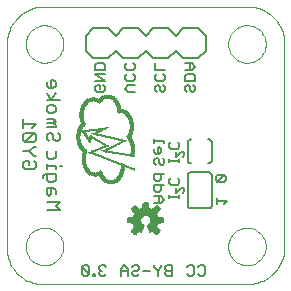
<source format=gbo>
G75*
G70*
%OFA0B0*%
%FSLAX24Y24*%
%IPPOS*%
%LPD*%
%AMOC8*
5,1,8,0,0,1.08239X$1,22.5*
%
%ADD10C,0.0060*%
%ADD11C,0.0000*%
%ADD12C,0.0080*%
%ADD13C,0.0050*%
%ADD14R,0.0005X0.0110*%
%ADD15R,0.0005X0.0210*%
%ADD16R,0.0005X0.0280*%
%ADD17R,0.0005X0.0325*%
%ADD18R,0.0005X0.0365*%
%ADD19R,0.0005X0.0410*%
%ADD20R,0.0005X0.0440*%
%ADD21R,0.0005X0.0470*%
%ADD22R,0.0005X0.0505*%
%ADD23R,0.0005X0.0530*%
%ADD24R,0.0005X0.0555*%
%ADD25R,0.0005X0.0580*%
%ADD26R,0.0005X0.0600*%
%ADD27R,0.0005X0.0625*%
%ADD28R,0.0005X0.0645*%
%ADD29R,0.0005X0.0665*%
%ADD30R,0.0005X0.0685*%
%ADD31R,0.0005X0.0705*%
%ADD32R,0.0005X0.0715*%
%ADD33R,0.0005X0.0735*%
%ADD34R,0.0005X0.0755*%
%ADD35R,0.0005X0.0090*%
%ADD36R,0.0005X0.0770*%
%ADD37R,0.0005X0.0190*%
%ADD38R,0.0005X0.0355*%
%ADD39R,0.0005X0.0360*%
%ADD40R,0.0005X0.0260*%
%ADD41R,0.0005X0.0315*%
%ADD42R,0.0005X0.0320*%
%ADD43R,0.0005X0.0295*%
%ADD44R,0.0005X0.0275*%
%ADD45R,0.0005X0.0400*%
%ADD46R,0.0005X0.0265*%
%ADD47R,0.0005X0.0435*%
%ADD48R,0.0005X0.0255*%
%ADD49R,0.0005X0.0465*%
%ADD50R,0.0005X0.0245*%
%ADD51R,0.0005X0.0495*%
%ADD52R,0.0005X0.0235*%
%ADD53R,0.0005X0.0525*%
%ADD54R,0.0005X0.0230*%
%ADD55R,0.0005X0.0240*%
%ADD56R,0.0005X0.0545*%
%ADD57R,0.0005X0.0820*%
%ADD58R,0.0005X0.0220*%
%ADD59R,0.0005X0.0025*%
%ADD60R,0.0005X0.0795*%
%ADD61R,0.0005X0.0215*%
%ADD62R,0.0005X0.0035*%
%ADD63R,0.0005X0.0040*%
%ADD64R,0.0005X0.0800*%
%ADD65R,0.0005X0.0205*%
%ADD66R,0.0005X0.0050*%
%ADD67R,0.0005X0.0805*%
%ADD68R,0.0005X0.0165*%
%ADD69R,0.0005X0.0055*%
%ADD70R,0.0005X0.0200*%
%ADD71R,0.0005X0.0060*%
%ADD72R,0.0005X0.0300*%
%ADD73R,0.0005X0.0195*%
%ADD74R,0.0005X0.0065*%
%ADD75R,0.0005X0.0345*%
%ADD76R,0.0005X0.0070*%
%ADD77R,0.0005X0.0385*%
%ADD78R,0.0005X0.0080*%
%ADD79R,0.0005X0.0425*%
%ADD80R,0.0005X0.0185*%
%ADD81R,0.0005X0.0085*%
%ADD82R,0.0005X0.0635*%
%ADD83R,0.0005X0.0810*%
%ADD84R,0.0005X0.0095*%
%ADD85R,0.0005X0.0335*%
%ADD86R,0.0005X0.0655*%
%ADD87R,0.0005X0.0105*%
%ADD88R,0.0005X0.0290*%
%ADD89R,0.0005X0.0660*%
%ADD90R,0.0005X0.0115*%
%ADD91R,0.0005X0.0285*%
%ADD92R,0.0005X0.0120*%
%ADD93R,0.0005X0.0270*%
%ADD94R,0.0005X0.0675*%
%ADD95R,0.0005X0.0130*%
%ADD96R,0.0005X0.0680*%
%ADD97R,0.0005X0.0135*%
%ADD98R,0.0005X0.0250*%
%ADD99R,0.0005X0.0140*%
%ADD100R,0.0005X0.0180*%
%ADD101R,0.0005X0.0695*%
%ADD102R,0.0005X0.0150*%
%ADD103R,0.0005X0.0160*%
%ADD104R,0.0005X0.0155*%
%ADD105R,0.0005X0.0145*%
%ADD106R,0.0005X0.0700*%
%ADD107R,0.0005X0.0225*%
%ADD108R,0.0005X0.0170*%
%ADD109R,0.0005X0.0100*%
%ADD110R,0.0005X0.0075*%
%ADD111R,0.0005X0.0720*%
%ADD112R,0.0005X0.0725*%
%ADD113R,0.0005X0.0340*%
%ADD114R,0.0005X0.0305*%
%ADD115R,0.0005X0.0175*%
%ADD116R,0.0005X0.0005*%
%ADD117R,0.0005X0.0010*%
%ADD118R,0.0005X0.0015*%
%ADD119R,0.0005X0.0020*%
%ADD120R,0.0005X0.0030*%
%ADD121R,0.0005X0.0125*%
%ADD122R,0.0005X0.0045*%
%ADD123R,0.0005X0.0370*%
%ADD124R,0.0005X0.0375*%
%ADD125R,0.0005X0.0350*%
%ADD126R,0.0005X0.0330*%
%ADD127R,0.0005X0.0485*%
%ADD128R,0.0005X0.0480*%
%ADD129R,0.0005X0.0460*%
%ADD130R,0.0005X0.0445*%
%ADD131R,0.0005X0.0310*%
%ADD132R,0.0005X0.0380*%
%ADD133R,0.0005X0.0415*%
%ADD134R,0.0005X0.0450*%
%ADD135R,0.0005X0.0490*%
%ADD136R,0.0005X0.0965*%
%ADD137R,0.0005X0.0975*%
%ADD138R,0.0005X0.0980*%
%ADD139R,0.0005X0.0990*%
%ADD140R,0.0005X0.1005*%
%ADD141R,0.0005X0.0615*%
%ADD142R,0.0005X0.0640*%
%ADD143R,0.0005X0.0605*%
%ADD144R,0.0005X0.0620*%
%ADD145R,0.0005X0.0590*%
%ADD146R,0.0005X0.0570*%
%ADD147R,0.0005X0.0540*%
%ADD148R,0.0005X0.0515*%
%ADD149R,0.0005X0.0565*%
%ADD150R,0.0005X0.0535*%
%ADD151R,0.0005X0.0395*%
%ADD152R,0.0005X0.0520*%
%ADD153R,0.0005X0.0500*%
%ADD154R,0.0005X0.0430*%
%ADD155C,0.0059*%
D10*
X003046Y000872D02*
X003103Y000815D01*
X003217Y000815D01*
X003273Y000872D01*
X003046Y001099D01*
X003046Y000872D01*
X003046Y001099D02*
X003103Y001155D01*
X003217Y001155D01*
X003273Y001099D01*
X003273Y000872D01*
X003401Y000872D02*
X003401Y000815D01*
X003457Y000815D01*
X003457Y000872D01*
X003401Y000872D01*
X003599Y000872D02*
X003656Y000815D01*
X003769Y000815D01*
X003826Y000872D01*
X003712Y000985D02*
X003656Y000985D01*
X003599Y000928D01*
X003599Y000872D01*
X003656Y000985D02*
X003599Y001042D01*
X003599Y001099D01*
X003656Y001155D01*
X003769Y001155D01*
X003826Y001099D01*
X004336Y001042D02*
X004336Y000815D01*
X004336Y000985D02*
X004562Y000985D01*
X004562Y001042D02*
X004449Y001155D01*
X004336Y001042D01*
X004562Y001042D02*
X004562Y000815D01*
X004704Y000872D02*
X004761Y000815D01*
X004874Y000815D01*
X004931Y000872D01*
X004874Y000985D02*
X004761Y000985D01*
X004704Y000928D01*
X004704Y000872D01*
X004874Y000985D02*
X004931Y001042D01*
X004931Y001099D01*
X004874Y001155D01*
X004761Y001155D01*
X004704Y001099D01*
X005072Y000985D02*
X005299Y000985D01*
X005441Y001099D02*
X005441Y001155D01*
X005441Y001099D02*
X005554Y000985D01*
X005554Y000815D01*
X005554Y000985D02*
X005667Y001099D01*
X005667Y001155D01*
X005809Y001099D02*
X005809Y001042D01*
X005866Y000985D01*
X006036Y000985D01*
X006036Y000815D02*
X005866Y000815D01*
X005809Y000872D01*
X005809Y000928D01*
X005866Y000985D01*
X005809Y001099D02*
X005866Y001155D01*
X006036Y001155D01*
X006036Y000815D01*
X006545Y000872D02*
X006602Y000815D01*
X006716Y000815D01*
X006772Y000872D01*
X006772Y001099D01*
X006716Y001155D01*
X006602Y001155D01*
X006545Y001099D01*
X006914Y001099D02*
X006970Y001155D01*
X007084Y001155D01*
X007141Y001099D01*
X007141Y000872D01*
X007084Y000815D01*
X006970Y000815D01*
X006914Y000872D01*
X006660Y003060D02*
X007260Y003060D01*
X007277Y003062D01*
X007294Y003066D01*
X007310Y003073D01*
X007324Y003083D01*
X007337Y003096D01*
X007347Y003110D01*
X007354Y003126D01*
X007358Y003143D01*
X007360Y003160D01*
X007360Y004160D01*
X007358Y004177D01*
X007354Y004194D01*
X007347Y004210D01*
X007337Y004224D01*
X007324Y004237D01*
X007310Y004247D01*
X007294Y004254D01*
X007277Y004258D01*
X007260Y004260D01*
X006660Y004260D01*
X006643Y004258D01*
X006626Y004254D01*
X006610Y004247D01*
X006596Y004237D01*
X006583Y004224D01*
X006573Y004210D01*
X006566Y004194D01*
X006562Y004177D01*
X006560Y004160D01*
X006560Y003160D01*
X006562Y003143D01*
X006566Y003126D01*
X006573Y003110D01*
X006583Y003096D01*
X006596Y003083D01*
X006610Y003073D01*
X006626Y003066D01*
X006643Y003062D01*
X006660Y003060D01*
X006280Y003390D02*
X006280Y003503D01*
X006280Y003447D02*
X005940Y003447D01*
X005940Y003503D02*
X005940Y003390D01*
X005780Y003348D02*
X005667Y003462D01*
X005440Y003462D01*
X005497Y003603D02*
X005610Y003603D01*
X005667Y003660D01*
X005667Y003830D01*
X005610Y003972D02*
X005497Y003972D01*
X005440Y004028D01*
X005440Y004199D01*
X005780Y004199D01*
X005667Y004199D02*
X005667Y004028D01*
X005610Y003972D01*
X005440Y003830D02*
X005440Y003660D01*
X005497Y003603D01*
X005610Y003462D02*
X005610Y003235D01*
X005667Y003235D02*
X005780Y003348D01*
X005667Y003235D02*
X005440Y003235D01*
X005440Y003830D02*
X005780Y003830D01*
X005940Y003897D02*
X005940Y004010D01*
X005997Y004067D01*
X005940Y003897D02*
X005997Y003840D01*
X006224Y003840D01*
X006280Y003897D01*
X006280Y004010D01*
X006224Y004067D01*
X006280Y004590D02*
X006280Y004703D01*
X006280Y004647D02*
X005940Y004647D01*
X005940Y004703D02*
X005940Y004590D01*
X005780Y004565D02*
X005780Y004678D01*
X005724Y004735D01*
X005610Y004678D02*
X005610Y004565D01*
X005667Y004508D01*
X005724Y004508D01*
X005780Y004565D01*
X005610Y004678D02*
X005553Y004735D01*
X005497Y004735D01*
X005440Y004678D01*
X005440Y004565D01*
X005497Y004508D01*
X005497Y004876D02*
X005440Y004933D01*
X005440Y005046D01*
X005553Y005103D02*
X005553Y004876D01*
X005497Y004876D02*
X005610Y004876D01*
X005667Y004933D01*
X005667Y005046D01*
X005610Y005103D01*
X005553Y005103D01*
X005440Y005244D02*
X005440Y005358D01*
X005440Y005301D02*
X005780Y005301D01*
X005780Y005244D01*
X005940Y005210D02*
X005940Y005097D01*
X005997Y005040D01*
X006224Y005040D01*
X006280Y005097D01*
X006280Y005210D01*
X006224Y005267D01*
X005997Y005267D02*
X005940Y005210D01*
X007490Y004110D02*
X007490Y003997D01*
X007547Y003940D01*
X007774Y004167D01*
X007547Y004167D01*
X007490Y004110D01*
X007547Y003940D02*
X007774Y003940D01*
X007830Y003997D01*
X007830Y004110D01*
X007774Y004167D01*
X007540Y003417D02*
X007540Y003190D01*
X007540Y003303D02*
X007880Y003303D01*
X007767Y003190D01*
X006749Y006935D02*
X006692Y006935D01*
X006635Y006992D01*
X006635Y007105D01*
X006578Y007162D01*
X006522Y007162D01*
X006465Y007105D01*
X006465Y006992D01*
X006522Y006935D01*
X006749Y006935D02*
X006805Y006992D01*
X006805Y007105D01*
X006749Y007162D01*
X006805Y007303D02*
X006805Y007474D01*
X006749Y007530D01*
X006522Y007530D01*
X006465Y007474D01*
X006465Y007303D01*
X006805Y007303D01*
X006692Y007672D02*
X006465Y007672D01*
X006635Y007672D02*
X006635Y007899D01*
X006692Y007899D02*
X006465Y007899D01*
X006692Y007899D02*
X006805Y007785D01*
X006692Y007672D01*
X005805Y007672D02*
X005465Y007672D01*
X005465Y007899D01*
X005522Y007530D02*
X005465Y007474D01*
X005465Y007360D01*
X005522Y007303D01*
X005749Y007303D01*
X005805Y007360D01*
X005805Y007474D01*
X005749Y007530D01*
X005749Y007162D02*
X005805Y007105D01*
X005805Y006992D01*
X005749Y006935D01*
X005692Y006935D01*
X005635Y006992D01*
X005635Y007105D01*
X005578Y007162D01*
X005522Y007162D01*
X005465Y007105D01*
X005465Y006992D01*
X005522Y006935D01*
X004805Y006935D02*
X004578Y006935D01*
X004465Y007048D01*
X004578Y007162D01*
X004805Y007162D01*
X004749Y007303D02*
X004522Y007303D01*
X004465Y007360D01*
X004465Y007474D01*
X004522Y007530D01*
X004522Y007672D02*
X004465Y007728D01*
X004465Y007842D01*
X004522Y007899D01*
X004522Y007672D02*
X004749Y007672D01*
X004805Y007728D01*
X004805Y007842D01*
X004749Y007899D01*
X004749Y007530D02*
X004805Y007474D01*
X004805Y007360D01*
X004749Y007303D01*
X003805Y007303D02*
X003465Y007530D01*
X003805Y007530D01*
X003805Y007672D02*
X003805Y007842D01*
X003749Y007899D01*
X003522Y007899D01*
X003465Y007842D01*
X003465Y007672D01*
X003805Y007672D01*
X003805Y007303D02*
X003465Y007303D01*
X003522Y007162D02*
X003635Y007162D01*
X003635Y007048D01*
X003522Y006935D02*
X003465Y006992D01*
X003465Y007105D01*
X003522Y007162D01*
X003749Y007162D02*
X003805Y007105D01*
X003805Y006992D01*
X003749Y006935D01*
X003522Y006935D01*
D11*
X000536Y001785D02*
X000534Y001719D01*
X000536Y001653D01*
X000542Y001587D01*
X000551Y001521D01*
X000564Y001456D01*
X000581Y001391D01*
X000601Y001328D01*
X000625Y001266D01*
X000652Y001206D01*
X000683Y001147D01*
X000717Y001089D01*
X000754Y001034D01*
X000794Y000981D01*
X000837Y000931D01*
X000882Y000882D01*
X000931Y000837D01*
X000981Y000794D01*
X001034Y000754D01*
X001089Y000717D01*
X001147Y000683D01*
X001206Y000652D01*
X001266Y000625D01*
X001328Y000601D01*
X001391Y000581D01*
X001456Y000564D01*
X001521Y000551D01*
X001587Y000542D01*
X001653Y000536D01*
X001719Y000534D01*
X001785Y000536D01*
X001785Y000535D02*
X008535Y000535D01*
X008603Y000537D01*
X008670Y000542D01*
X008737Y000551D01*
X008804Y000564D01*
X008869Y000581D01*
X008934Y000600D01*
X008998Y000624D01*
X009060Y000651D01*
X009121Y000681D01*
X009179Y000714D01*
X009236Y000750D01*
X009291Y000790D01*
X009344Y000832D01*
X009395Y000878D01*
X009442Y000925D01*
X009488Y000976D01*
X009530Y001029D01*
X009570Y001084D01*
X009606Y001141D01*
X009639Y001199D01*
X009669Y001260D01*
X009696Y001322D01*
X009720Y001386D01*
X009739Y001451D01*
X009756Y001516D01*
X009769Y001583D01*
X009778Y001650D01*
X009783Y001717D01*
X009785Y001785D01*
X009785Y008535D01*
X009783Y008603D01*
X009778Y008670D01*
X009769Y008737D01*
X009756Y008804D01*
X009739Y008869D01*
X009720Y008934D01*
X009696Y008998D01*
X009669Y009060D01*
X009639Y009121D01*
X009606Y009179D01*
X009570Y009236D01*
X009530Y009291D01*
X009488Y009344D01*
X009442Y009395D01*
X009395Y009442D01*
X009344Y009488D01*
X009291Y009530D01*
X009236Y009570D01*
X009179Y009606D01*
X009121Y009639D01*
X009060Y009669D01*
X008998Y009696D01*
X008934Y009720D01*
X008869Y009739D01*
X008804Y009756D01*
X008737Y009769D01*
X008670Y009778D01*
X008603Y009783D01*
X008535Y009785D01*
X001785Y009785D01*
X001160Y008535D02*
X001162Y008585D01*
X001168Y008634D01*
X001178Y008683D01*
X001191Y008730D01*
X001209Y008777D01*
X001230Y008822D01*
X001254Y008865D01*
X001282Y008906D01*
X001313Y008945D01*
X001347Y008981D01*
X001384Y009015D01*
X001424Y009045D01*
X001465Y009072D01*
X001509Y009096D01*
X001554Y009116D01*
X001601Y009132D01*
X001649Y009145D01*
X001698Y009154D01*
X001748Y009159D01*
X001797Y009160D01*
X001847Y009157D01*
X001896Y009150D01*
X001945Y009139D01*
X001992Y009125D01*
X002038Y009106D01*
X002083Y009084D01*
X002126Y009059D01*
X002166Y009030D01*
X002204Y008998D01*
X002240Y008964D01*
X002273Y008926D01*
X002302Y008886D01*
X002328Y008844D01*
X002351Y008800D01*
X002370Y008754D01*
X002386Y008707D01*
X002398Y008658D01*
X002406Y008609D01*
X002410Y008560D01*
X002410Y008510D01*
X002406Y008461D01*
X002398Y008412D01*
X002386Y008363D01*
X002370Y008316D01*
X002351Y008270D01*
X002328Y008226D01*
X002302Y008184D01*
X002273Y008144D01*
X002240Y008106D01*
X002204Y008072D01*
X002166Y008040D01*
X002126Y008011D01*
X002083Y007986D01*
X002038Y007964D01*
X001992Y007945D01*
X001945Y007931D01*
X001896Y007920D01*
X001847Y007913D01*
X001797Y007910D01*
X001748Y007911D01*
X001698Y007916D01*
X001649Y007925D01*
X001601Y007938D01*
X001554Y007954D01*
X001509Y007974D01*
X001465Y007998D01*
X001424Y008025D01*
X001384Y008055D01*
X001347Y008089D01*
X001313Y008125D01*
X001282Y008164D01*
X001254Y008205D01*
X001230Y008248D01*
X001209Y008293D01*
X001191Y008340D01*
X001178Y008387D01*
X001168Y008436D01*
X001162Y008485D01*
X001160Y008535D01*
X000535Y008535D02*
X000535Y001785D01*
X001160Y001785D02*
X001162Y001835D01*
X001168Y001884D01*
X001178Y001933D01*
X001191Y001980D01*
X001209Y002027D01*
X001230Y002072D01*
X001254Y002115D01*
X001282Y002156D01*
X001313Y002195D01*
X001347Y002231D01*
X001384Y002265D01*
X001424Y002295D01*
X001465Y002322D01*
X001509Y002346D01*
X001554Y002366D01*
X001601Y002382D01*
X001649Y002395D01*
X001698Y002404D01*
X001748Y002409D01*
X001797Y002410D01*
X001847Y002407D01*
X001896Y002400D01*
X001945Y002389D01*
X001992Y002375D01*
X002038Y002356D01*
X002083Y002334D01*
X002126Y002309D01*
X002166Y002280D01*
X002204Y002248D01*
X002240Y002214D01*
X002273Y002176D01*
X002302Y002136D01*
X002328Y002094D01*
X002351Y002050D01*
X002370Y002004D01*
X002386Y001957D01*
X002398Y001908D01*
X002406Y001859D01*
X002410Y001810D01*
X002410Y001760D01*
X002406Y001711D01*
X002398Y001662D01*
X002386Y001613D01*
X002370Y001566D01*
X002351Y001520D01*
X002328Y001476D01*
X002302Y001434D01*
X002273Y001394D01*
X002240Y001356D01*
X002204Y001322D01*
X002166Y001290D01*
X002126Y001261D01*
X002083Y001236D01*
X002038Y001214D01*
X001992Y001195D01*
X001945Y001181D01*
X001896Y001170D01*
X001847Y001163D01*
X001797Y001160D01*
X001748Y001161D01*
X001698Y001166D01*
X001649Y001175D01*
X001601Y001188D01*
X001554Y001204D01*
X001509Y001224D01*
X001465Y001248D01*
X001424Y001275D01*
X001384Y001305D01*
X001347Y001339D01*
X001313Y001375D01*
X001282Y001414D01*
X001254Y001455D01*
X001230Y001498D01*
X001209Y001543D01*
X001191Y001590D01*
X001178Y001637D01*
X001168Y001686D01*
X001162Y001735D01*
X001160Y001785D01*
X000535Y008535D02*
X000537Y008603D01*
X000542Y008670D01*
X000551Y008737D01*
X000564Y008804D01*
X000581Y008869D01*
X000600Y008934D01*
X000624Y008998D01*
X000651Y009060D01*
X000681Y009121D01*
X000714Y009179D01*
X000750Y009236D01*
X000790Y009291D01*
X000832Y009344D01*
X000878Y009395D01*
X000925Y009442D01*
X000976Y009488D01*
X001029Y009530D01*
X001084Y009570D01*
X001141Y009606D01*
X001199Y009639D01*
X001260Y009669D01*
X001322Y009696D01*
X001386Y009720D01*
X001451Y009739D01*
X001516Y009756D01*
X001583Y009769D01*
X001650Y009778D01*
X001717Y009783D01*
X001785Y009785D01*
X007910Y008535D02*
X007912Y008585D01*
X007918Y008634D01*
X007928Y008683D01*
X007941Y008730D01*
X007959Y008777D01*
X007980Y008822D01*
X008004Y008865D01*
X008032Y008906D01*
X008063Y008945D01*
X008097Y008981D01*
X008134Y009015D01*
X008174Y009045D01*
X008215Y009072D01*
X008259Y009096D01*
X008304Y009116D01*
X008351Y009132D01*
X008399Y009145D01*
X008448Y009154D01*
X008498Y009159D01*
X008547Y009160D01*
X008597Y009157D01*
X008646Y009150D01*
X008695Y009139D01*
X008742Y009125D01*
X008788Y009106D01*
X008833Y009084D01*
X008876Y009059D01*
X008916Y009030D01*
X008954Y008998D01*
X008990Y008964D01*
X009023Y008926D01*
X009052Y008886D01*
X009078Y008844D01*
X009101Y008800D01*
X009120Y008754D01*
X009136Y008707D01*
X009148Y008658D01*
X009156Y008609D01*
X009160Y008560D01*
X009160Y008510D01*
X009156Y008461D01*
X009148Y008412D01*
X009136Y008363D01*
X009120Y008316D01*
X009101Y008270D01*
X009078Y008226D01*
X009052Y008184D01*
X009023Y008144D01*
X008990Y008106D01*
X008954Y008072D01*
X008916Y008040D01*
X008876Y008011D01*
X008833Y007986D01*
X008788Y007964D01*
X008742Y007945D01*
X008695Y007931D01*
X008646Y007920D01*
X008597Y007913D01*
X008547Y007910D01*
X008498Y007911D01*
X008448Y007916D01*
X008399Y007925D01*
X008351Y007938D01*
X008304Y007954D01*
X008259Y007974D01*
X008215Y007998D01*
X008174Y008025D01*
X008134Y008055D01*
X008097Y008089D01*
X008063Y008125D01*
X008032Y008164D01*
X008004Y008205D01*
X007980Y008248D01*
X007959Y008293D01*
X007941Y008340D01*
X007928Y008387D01*
X007918Y008436D01*
X007912Y008485D01*
X007910Y008535D01*
X007910Y001785D02*
X007912Y001835D01*
X007918Y001884D01*
X007928Y001933D01*
X007941Y001980D01*
X007959Y002027D01*
X007980Y002072D01*
X008004Y002115D01*
X008032Y002156D01*
X008063Y002195D01*
X008097Y002231D01*
X008134Y002265D01*
X008174Y002295D01*
X008215Y002322D01*
X008259Y002346D01*
X008304Y002366D01*
X008351Y002382D01*
X008399Y002395D01*
X008448Y002404D01*
X008498Y002409D01*
X008547Y002410D01*
X008597Y002407D01*
X008646Y002400D01*
X008695Y002389D01*
X008742Y002375D01*
X008788Y002356D01*
X008833Y002334D01*
X008876Y002309D01*
X008916Y002280D01*
X008954Y002248D01*
X008990Y002214D01*
X009023Y002176D01*
X009052Y002136D01*
X009078Y002094D01*
X009101Y002050D01*
X009120Y002004D01*
X009136Y001957D01*
X009148Y001908D01*
X009156Y001859D01*
X009160Y001810D01*
X009160Y001760D01*
X009156Y001711D01*
X009148Y001662D01*
X009136Y001613D01*
X009120Y001566D01*
X009101Y001520D01*
X009078Y001476D01*
X009052Y001434D01*
X009023Y001394D01*
X008990Y001356D01*
X008954Y001322D01*
X008916Y001290D01*
X008876Y001261D01*
X008833Y001236D01*
X008788Y001214D01*
X008742Y001195D01*
X008695Y001181D01*
X008646Y001170D01*
X008597Y001163D01*
X008547Y001160D01*
X008498Y001161D01*
X008448Y001166D01*
X008399Y001175D01*
X008351Y001188D01*
X008304Y001204D01*
X008259Y001224D01*
X008215Y001248D01*
X008174Y001275D01*
X008134Y001305D01*
X008097Y001339D01*
X008063Y001375D01*
X008032Y001414D01*
X008004Y001455D01*
X007980Y001498D01*
X007959Y001543D01*
X007941Y001590D01*
X007928Y001637D01*
X007918Y001686D01*
X007912Y001735D01*
X007910Y001785D01*
D12*
X007354Y004645D02*
X007354Y005275D01*
X007353Y005275D02*
X007348Y005291D01*
X007340Y005307D01*
X007330Y005321D01*
X007318Y005333D01*
X007303Y005343D01*
X007287Y005350D01*
X007270Y005354D01*
X007253Y005355D01*
X007235Y005353D01*
X006685Y005353D02*
X006665Y005355D01*
X006646Y005353D01*
X006627Y005347D01*
X006610Y005338D01*
X006594Y005326D01*
X006582Y005311D01*
X006573Y005293D01*
X006567Y005275D01*
X006566Y005275D02*
X006566Y004645D01*
X006567Y004645D02*
X006573Y004627D01*
X006582Y004609D01*
X006594Y004594D01*
X006610Y004582D01*
X006627Y004573D01*
X006646Y004567D01*
X006665Y004565D01*
X006685Y004567D01*
X007235Y004567D02*
X007253Y004565D01*
X007270Y004566D01*
X007287Y004570D01*
X007303Y004577D01*
X007318Y004587D01*
X007330Y004599D01*
X007340Y004613D01*
X007348Y004629D01*
X007353Y004645D01*
X006910Y008060D02*
X006410Y008060D01*
X006160Y008310D01*
X005910Y008060D01*
X005410Y008060D01*
X005160Y008310D01*
X004910Y008060D01*
X004410Y008060D01*
X004160Y008310D01*
X003910Y008060D01*
X003410Y008060D01*
X003160Y008310D01*
X003160Y008810D01*
X003410Y009060D01*
X003910Y009060D01*
X004160Y008810D01*
X004410Y009060D01*
X004910Y009060D01*
X005160Y008810D01*
X005410Y009060D01*
X005910Y009060D01*
X006160Y008810D01*
X006410Y009060D01*
X006910Y009060D01*
X007160Y008810D01*
X007160Y008310D01*
X006910Y008060D01*
X002295Y006681D02*
X001875Y006681D01*
X002015Y006681D02*
X002155Y006891D01*
X002085Y007065D02*
X001945Y007065D01*
X001875Y007135D01*
X001875Y007275D01*
X002015Y007345D02*
X002015Y007065D01*
X002085Y007065D02*
X002155Y007135D01*
X002155Y007275D01*
X002085Y007345D01*
X002015Y007345D01*
X001875Y006891D02*
X002015Y006681D01*
X001945Y006501D02*
X002085Y006501D01*
X002155Y006431D01*
X002155Y006291D01*
X002085Y006221D01*
X001945Y006221D01*
X001875Y006291D01*
X001875Y006431D01*
X001945Y006501D01*
X001875Y006040D02*
X002085Y006040D01*
X002155Y005970D01*
X002085Y005900D01*
X001875Y005900D01*
X001875Y005760D02*
X002155Y005760D01*
X002155Y005830D01*
X002085Y005900D01*
X002015Y005580D02*
X001945Y005580D01*
X001875Y005510D01*
X001875Y005370D01*
X001945Y005300D01*
X002085Y005370D02*
X002085Y005510D01*
X002015Y005580D01*
X002225Y005580D02*
X002295Y005510D01*
X002295Y005370D01*
X002225Y005300D01*
X002155Y005300D01*
X002085Y005370D01*
X002155Y004970D02*
X002155Y004760D01*
X002085Y004690D01*
X001945Y004690D01*
X001875Y004760D01*
X001875Y004970D01*
X001495Y005099D02*
X001425Y005099D01*
X001285Y004959D01*
X001075Y004959D01*
X001285Y004959D02*
X001425Y004819D01*
X001495Y004819D01*
X001425Y004639D02*
X001495Y004569D01*
X001495Y004428D01*
X001425Y004358D01*
X001145Y004358D01*
X001075Y004428D01*
X001075Y004569D01*
X001145Y004639D01*
X001285Y004639D01*
X001285Y004499D01*
X001735Y004132D02*
X001735Y004062D01*
X001735Y004132D02*
X001805Y004203D01*
X002155Y004203D01*
X002155Y003992D01*
X002085Y003922D01*
X001945Y003922D01*
X001875Y003992D01*
X001875Y004203D01*
X001875Y004383D02*
X001875Y004523D01*
X001875Y004453D02*
X002155Y004453D01*
X002155Y004383D01*
X002295Y004453D02*
X002365Y004453D01*
X002085Y003742D02*
X001875Y003742D01*
X001875Y003532D01*
X001945Y003462D01*
X002015Y003532D01*
X002015Y003742D01*
X002085Y003742D02*
X002155Y003672D01*
X002155Y003532D01*
X002295Y003282D02*
X001875Y003282D01*
X001875Y003001D02*
X002295Y003001D01*
X002155Y003142D01*
X002295Y003282D01*
X001425Y005279D02*
X001145Y005279D01*
X001425Y005559D01*
X001145Y005559D01*
X001075Y005489D01*
X001075Y005349D01*
X001145Y005279D01*
X001425Y005279D02*
X001495Y005349D01*
X001495Y005489D01*
X001425Y005559D01*
X001355Y005740D02*
X001495Y005880D01*
X001075Y005880D01*
X001075Y005740D02*
X001075Y006020D01*
D13*
X006185Y004952D02*
X006185Y004785D01*
X006352Y004952D01*
X006394Y004952D01*
X006435Y004910D01*
X006435Y004827D01*
X006394Y004785D01*
X006394Y003752D02*
X006435Y003710D01*
X006435Y003627D01*
X006394Y003585D01*
X006394Y003752D02*
X006352Y003752D01*
X006185Y003585D01*
X006185Y003752D01*
D14*
X004406Y005299D03*
X004401Y005299D03*
X003841Y005144D03*
X003836Y005144D03*
X003861Y004984D03*
X003866Y004984D03*
X003391Y004924D03*
X003196Y004954D03*
X003296Y005329D03*
X003286Y005344D03*
X003281Y005349D03*
X003276Y005359D03*
X003271Y005364D03*
X003266Y005374D03*
X003261Y005379D03*
X003256Y005384D03*
X003251Y005394D03*
X003246Y005399D03*
X003236Y005414D03*
X003226Y005429D03*
X003221Y005434D03*
X003211Y005449D03*
X003181Y005494D03*
X003171Y005509D03*
X003166Y005514D03*
X003161Y005519D03*
X003151Y005534D03*
X002876Y005429D03*
X003526Y005549D03*
X003681Y005669D03*
X003686Y005669D03*
X003691Y005674D03*
X003696Y005674D03*
D15*
X003046Y005069D03*
X002881Y005429D03*
X003226Y004339D03*
X003746Y004084D03*
X003751Y004079D03*
X004291Y004079D03*
X004796Y005019D03*
X004601Y005429D03*
X004331Y006334D03*
X004181Y006619D03*
X003151Y006534D03*
D16*
X003001Y005704D03*
X002886Y005429D03*
X004311Y006369D03*
X004791Y005019D03*
X004341Y004174D03*
D17*
X004786Y005021D03*
X004631Y005441D03*
X003091Y006401D03*
X002891Y005431D03*
D18*
X002896Y005431D03*
X004266Y006426D03*
D19*
X002901Y005429D03*
X004396Y004334D03*
D20*
X004386Y004324D03*
X002906Y005429D03*
D21*
X002911Y005429D03*
X004371Y004314D03*
D22*
X004756Y005031D03*
X002916Y005431D03*
D23*
X002921Y005429D03*
D24*
X002926Y005431D03*
X004736Y005056D03*
D25*
X004721Y005074D03*
X002931Y005429D03*
D26*
X002936Y005429D03*
X004711Y005084D03*
D27*
X002941Y005431D03*
D28*
X002946Y005431D03*
X003091Y004786D03*
D29*
X003106Y004756D03*
X002951Y005431D03*
D30*
X002956Y005431D03*
X003121Y004731D03*
D31*
X003141Y004701D03*
X002961Y005431D03*
D32*
X002966Y005431D03*
X003146Y004696D03*
X003151Y004691D03*
D33*
X002971Y005431D03*
D34*
X002976Y005431D03*
D35*
X003086Y005614D03*
X003501Y005549D03*
X003731Y005684D03*
X003741Y005689D03*
X003746Y005689D03*
X003861Y005144D03*
X003836Y004979D03*
X003366Y004924D03*
X003201Y004959D03*
X002976Y006164D03*
X004431Y005304D03*
D36*
X002981Y005429D03*
D37*
X003311Y005349D03*
X002981Y006164D03*
X003636Y006639D03*
X003641Y006644D03*
X003651Y006649D03*
X003656Y006654D03*
X003661Y006659D03*
X003666Y006664D03*
X004141Y006669D03*
X004146Y006664D03*
X004151Y006659D03*
X004336Y006324D03*
X004556Y006199D03*
X004561Y006194D03*
X004566Y006189D03*
X003256Y004299D03*
X003261Y004294D03*
X003651Y004209D03*
X003776Y004049D03*
X003781Y004044D03*
X004261Y004044D03*
X004266Y004049D03*
D38*
X002986Y005216D03*
X002996Y006166D03*
X004276Y006411D03*
D39*
X004271Y006419D03*
X004241Y006469D03*
X004691Y005234D03*
X004416Y004354D03*
X004356Y004234D03*
X002986Y005644D03*
D40*
X002986Y006164D03*
X003111Y006464D03*
X004316Y006359D03*
X004636Y006079D03*
X004616Y005434D03*
X003186Y004409D03*
D41*
X002991Y005186D03*
X002991Y005676D03*
X004686Y005266D03*
D42*
X004296Y006389D03*
X004236Y006499D03*
X002991Y006164D03*
X004351Y004209D03*
D43*
X004346Y004191D03*
X002996Y005171D03*
X002996Y005691D03*
X004306Y006376D03*
X004231Y006516D03*
D44*
X003336Y005356D03*
X003001Y005156D03*
X003166Y004901D03*
X003181Y004426D03*
X004441Y004386D03*
D45*
X004401Y004339D03*
X003001Y006164D03*
D46*
X003101Y005901D03*
X003006Y005721D03*
X003326Y005366D03*
X003006Y005141D03*
X004336Y004161D03*
X004221Y006546D03*
D47*
X003006Y006166D03*
D48*
X003011Y005731D03*
X003321Y005366D03*
X003011Y005131D03*
X003191Y004401D03*
X004331Y004151D03*
X004216Y006556D03*
D49*
X003011Y006166D03*
X004771Y005006D03*
D50*
X003716Y004136D03*
X003691Y004171D03*
X003686Y004176D03*
X003196Y004391D03*
X003016Y005121D03*
X003016Y005741D03*
X004211Y006566D03*
X004626Y006101D03*
D51*
X003016Y006166D03*
D52*
X003021Y005751D03*
X003021Y005111D03*
X003061Y004706D03*
X003206Y004371D03*
X003676Y004186D03*
X003681Y004181D03*
X004316Y004121D03*
X004621Y006111D03*
X004201Y006586D03*
D53*
X003021Y006166D03*
D54*
X003126Y006494D03*
X003131Y006504D03*
X004196Y006594D03*
X004326Y006344D03*
X004616Y006119D03*
X003026Y005104D03*
X003031Y005094D03*
X003726Y004119D03*
X003731Y004109D03*
X004311Y004109D03*
D55*
X004321Y004129D03*
X003721Y004129D03*
X003201Y004379D03*
X003341Y005369D03*
X003026Y005759D03*
X003106Y005894D03*
X003121Y006484D03*
X004206Y006579D03*
X004611Y005434D03*
D56*
X004741Y005051D03*
X003026Y006166D03*
D57*
X003031Y006044D03*
D58*
X003141Y006519D03*
X004191Y006604D03*
X004606Y006134D03*
X004611Y006129D03*
X003036Y005084D03*
X003216Y004354D03*
X004301Y004094D03*
D59*
X003751Y004961D03*
X003746Y004961D03*
X003926Y005136D03*
X004516Y005316D03*
X004521Y005316D03*
X003901Y005736D03*
X003896Y005736D03*
X003401Y005536D03*
X003396Y005536D03*
X003036Y005641D03*
X003296Y004916D03*
D60*
X003036Y006066D03*
X003041Y006076D03*
D61*
X003111Y005886D03*
X003346Y005381D03*
X003041Y005076D03*
X003221Y004346D03*
X003666Y004196D03*
X003741Y004091D03*
X004296Y004086D03*
X004601Y006141D03*
X004186Y006611D03*
X003146Y006526D03*
D62*
X003866Y005726D03*
X003876Y005731D03*
X003881Y005731D03*
X003916Y005136D03*
X003921Y005136D03*
X003761Y004961D03*
X003211Y004961D03*
X003041Y005636D03*
X004501Y005311D03*
D63*
X004496Y005314D03*
X003911Y005139D03*
X003771Y004964D03*
X003766Y004964D03*
X003316Y004919D03*
X003311Y004919D03*
X003421Y005539D03*
X003426Y005539D03*
X003156Y005864D03*
X003046Y005634D03*
X003856Y005724D03*
X003861Y005724D03*
X003871Y005729D03*
D64*
X003061Y006114D03*
X003056Y006104D03*
X003046Y006084D03*
D65*
X003156Y006541D03*
X003161Y006546D03*
X004176Y006626D03*
X004591Y006156D03*
X004596Y006151D03*
X003056Y005056D03*
X003051Y005061D03*
X003231Y004331D03*
X003661Y004201D03*
X003756Y004071D03*
X004286Y004071D03*
D66*
X003786Y004969D03*
X003901Y005139D03*
X003331Y004919D03*
X003326Y004919D03*
X003321Y004919D03*
X003051Y005634D03*
X003836Y005719D03*
X003841Y005719D03*
X004481Y005309D03*
D67*
X003076Y006136D03*
X003071Y006131D03*
X003066Y006121D03*
X003051Y006096D03*
X003081Y006146D03*
D68*
X003241Y006626D03*
X003246Y006631D03*
X003251Y006631D03*
X003256Y006636D03*
X003581Y006641D03*
X003591Y006636D03*
X003596Y006631D03*
X003601Y006631D03*
X003611Y006626D03*
X003616Y006626D03*
X003736Y006726D03*
X003741Y006731D03*
X003751Y006736D03*
X004066Y006731D03*
X004076Y006726D03*
X004081Y006721D03*
X004341Y006311D03*
X004486Y006256D03*
X004491Y006251D03*
X004496Y006251D03*
X004501Y006246D03*
X004506Y006241D03*
X003136Y005581D03*
X003056Y004706D03*
X003321Y004241D03*
X003326Y004236D03*
X003331Y004236D03*
X003336Y004231D03*
X003346Y004226D03*
X003641Y004216D03*
X003836Y003991D03*
X003846Y003986D03*
X003851Y003981D03*
X003856Y003976D03*
X003866Y003971D03*
X004176Y003971D03*
X004186Y003976D03*
X004191Y003981D03*
X004196Y003986D03*
X004206Y003991D03*
D69*
X004516Y004846D03*
X004486Y004851D03*
X004546Y004841D03*
X004576Y004836D03*
X004601Y004831D03*
X004606Y004831D03*
X004631Y004826D03*
X004636Y004826D03*
X004661Y004821D03*
X004666Y004821D03*
X004786Y004801D03*
X004791Y004801D03*
X004476Y005311D03*
X003896Y005141D03*
X003791Y004966D03*
X003446Y005541D03*
X003441Y005541D03*
X003816Y005711D03*
X003821Y005711D03*
X003826Y005716D03*
X003831Y005716D03*
X003056Y005631D03*
D70*
X003116Y005884D03*
X003166Y006554D03*
X004166Y006639D03*
X004171Y006634D03*
X004586Y006164D03*
X004691Y004889D03*
X004456Y004419D03*
X004281Y004064D03*
X004276Y004059D03*
X003766Y004059D03*
X003761Y004064D03*
X003656Y004204D03*
X003241Y004319D03*
X003236Y004324D03*
X003176Y004929D03*
X003061Y005049D03*
D71*
X003336Y004919D03*
X003341Y004919D03*
X003446Y004879D03*
X003471Y004869D03*
X003496Y004859D03*
X003521Y004849D03*
X003586Y004824D03*
X003611Y004814D03*
X003636Y004804D03*
X003661Y004794D03*
X003726Y004769D03*
X003751Y004759D03*
X003776Y004749D03*
X003801Y004739D03*
X003866Y004714D03*
X003891Y004704D03*
X003916Y004694D03*
X003941Y004684D03*
X004031Y004649D03*
X004056Y004639D03*
X004081Y004629D03*
X004106Y004619D03*
X004171Y004594D03*
X004196Y004584D03*
X004221Y004574D03*
X004246Y004564D03*
X004271Y004554D03*
X004296Y004544D03*
X004311Y004539D03*
X004336Y004529D03*
X004491Y004849D03*
X004496Y004849D03*
X004501Y004849D03*
X004506Y004849D03*
X004511Y004849D03*
X004521Y004844D03*
X004526Y004844D03*
X004531Y004844D03*
X004536Y004844D03*
X004541Y004844D03*
X004551Y004839D03*
X004556Y004839D03*
X004561Y004839D03*
X004566Y004839D03*
X004571Y004839D03*
X004581Y004834D03*
X004586Y004834D03*
X004591Y004834D03*
X004596Y004834D03*
X004611Y004829D03*
X004616Y004829D03*
X004621Y004829D03*
X004626Y004829D03*
X004641Y004824D03*
X004646Y004824D03*
X004651Y004824D03*
X004656Y004824D03*
X004796Y004799D03*
X004801Y004799D03*
X004481Y004854D03*
X004476Y004854D03*
X004471Y004854D03*
X004466Y004854D03*
X004461Y004854D03*
X004456Y004859D03*
X004451Y004859D03*
X004446Y004859D03*
X004441Y004859D03*
X004436Y004859D03*
X004431Y004859D03*
X004426Y004864D03*
X004421Y004864D03*
X004416Y004864D03*
X004411Y004864D03*
X004406Y004864D03*
X004401Y004864D03*
X004396Y004869D03*
X004391Y004869D03*
X004386Y004869D03*
X004381Y004869D03*
X004376Y004869D03*
X004371Y004869D03*
X004361Y004874D03*
X004356Y004874D03*
X004351Y004874D03*
X004346Y004874D03*
X004341Y004874D03*
X004331Y004879D03*
X004326Y004879D03*
X004321Y004879D03*
X004316Y004879D03*
X004306Y004884D03*
X004301Y004884D03*
X004296Y004884D03*
X004291Y004884D03*
X004286Y004884D03*
X004276Y004889D03*
X004271Y004889D03*
X004266Y004889D03*
X004261Y004889D03*
X004256Y004889D03*
X004246Y004894D03*
X004241Y004894D03*
X004236Y004894D03*
X004231Y004894D03*
X004226Y004894D03*
X004216Y004899D03*
X004211Y004899D03*
X004206Y004899D03*
X004201Y004899D03*
X004191Y004904D03*
X004186Y004904D03*
X004181Y004904D03*
X004176Y004904D03*
X004171Y004904D03*
X004161Y004909D03*
X004156Y004909D03*
X004151Y004909D03*
X004146Y004909D03*
X004141Y004909D03*
X004131Y004914D03*
X004126Y004914D03*
X004121Y004914D03*
X004116Y004914D03*
X004111Y004914D03*
X004101Y004919D03*
X004096Y004919D03*
X004091Y004919D03*
X004086Y004919D03*
X004081Y004919D03*
X004071Y004924D03*
X004066Y004924D03*
X004061Y004924D03*
X004056Y004924D03*
X004046Y004929D03*
X004041Y004929D03*
X004036Y004929D03*
X004031Y004929D03*
X004026Y004929D03*
X004016Y004934D03*
X004011Y004934D03*
X004006Y004934D03*
X004001Y004934D03*
X003996Y004934D03*
X003986Y004939D03*
X003981Y004939D03*
X003976Y004939D03*
X003971Y004939D03*
X003966Y004939D03*
X003956Y004944D03*
X003951Y004944D03*
X003946Y004944D03*
X003941Y004944D03*
X003931Y004949D03*
X003926Y004949D03*
X003921Y004949D03*
X003916Y004949D03*
X003911Y004949D03*
X003796Y004969D03*
X003756Y005089D03*
X003731Y005079D03*
X003706Y005069D03*
X003781Y005099D03*
X003891Y005139D03*
X003966Y005424D03*
X003946Y005429D03*
X003926Y005434D03*
X003901Y005439D03*
X003881Y005444D03*
X003861Y005449D03*
X003836Y005454D03*
X003816Y005459D03*
X003796Y005464D03*
X003771Y005469D03*
X003751Y005474D03*
X003731Y005479D03*
X003706Y005484D03*
X003686Y005489D03*
X003666Y005494D03*
X003641Y005499D03*
X003626Y005504D03*
X003621Y005504D03*
X003611Y005509D03*
X003606Y005509D03*
X003601Y005509D03*
X003586Y005514D03*
X003581Y005514D03*
X003576Y005514D03*
X003566Y005519D03*
X003561Y005519D03*
X003456Y005544D03*
X003451Y005544D03*
X003416Y005664D03*
X003411Y005664D03*
X003406Y005664D03*
X003401Y005664D03*
X003391Y005659D03*
X003386Y005659D03*
X003381Y005659D03*
X003376Y005659D03*
X003371Y005659D03*
X003366Y005659D03*
X003361Y005659D03*
X003356Y005659D03*
X003351Y005659D03*
X003346Y005654D03*
X003341Y005654D03*
X003336Y005654D03*
X003331Y005654D03*
X003326Y005654D03*
X003321Y005654D03*
X003316Y005654D03*
X003311Y005654D03*
X003306Y005654D03*
X003301Y005654D03*
X003296Y005649D03*
X003291Y005649D03*
X003286Y005649D03*
X003281Y005649D03*
X003276Y005649D03*
X003271Y005649D03*
X003266Y005649D03*
X003261Y005649D03*
X003256Y005649D03*
X003251Y005649D03*
X003246Y005644D03*
X003241Y005644D03*
X003236Y005644D03*
X003231Y005644D03*
X003226Y005644D03*
X003221Y005644D03*
X003216Y005644D03*
X003211Y005644D03*
X003206Y005644D03*
X003201Y005644D03*
X003196Y005639D03*
X003191Y005639D03*
X003186Y005639D03*
X003181Y005639D03*
X003176Y005639D03*
X003171Y005639D03*
X003166Y005639D03*
X003161Y005639D03*
X003156Y005639D03*
X003151Y005639D03*
X003146Y005634D03*
X003061Y005629D03*
X003451Y005669D03*
X003456Y005669D03*
X003461Y005669D03*
X003501Y005674D03*
X003506Y005674D03*
X003531Y005679D03*
X003536Y005679D03*
X003541Y005679D03*
X003546Y005679D03*
X003551Y005679D03*
X003561Y005684D03*
X003566Y005684D03*
X003571Y005684D03*
X003576Y005684D03*
X003581Y005684D03*
X003586Y005684D03*
X003591Y005684D03*
X003596Y005684D03*
X003606Y005689D03*
X003611Y005689D03*
X003616Y005689D03*
X003621Y005689D03*
X003626Y005689D03*
X003631Y005689D03*
X003806Y005709D03*
X003811Y005709D03*
X003991Y005419D03*
X004011Y005414D03*
X004031Y005409D03*
X004056Y005404D03*
X004076Y005399D03*
X004096Y005394D03*
X004121Y005389D03*
X004141Y005384D03*
X004161Y005379D03*
X004186Y005374D03*
X004206Y005369D03*
X004226Y005364D03*
X004251Y005359D03*
X004271Y005354D03*
X004291Y005349D03*
X004311Y005344D03*
X004316Y005344D03*
X004336Y005339D03*
X004356Y005334D03*
X004466Y005309D03*
X004471Y005309D03*
D72*
X004626Y005439D03*
X004756Y005784D03*
X003096Y006424D03*
X003066Y004704D03*
D73*
X003076Y005031D03*
X003071Y005036D03*
X003066Y005041D03*
X003246Y004311D03*
X003251Y004306D03*
X003771Y004051D03*
X004271Y004056D03*
X004581Y006171D03*
X004576Y006176D03*
X004571Y006181D03*
X004161Y006646D03*
X004156Y006651D03*
X003181Y006571D03*
X003176Y006566D03*
X003171Y006561D03*
D74*
X003511Y005676D03*
X003516Y005676D03*
X003521Y005676D03*
X003526Y005676D03*
X003496Y005671D03*
X003491Y005671D03*
X003486Y005671D03*
X003481Y005671D03*
X003476Y005671D03*
X003471Y005671D03*
X003466Y005671D03*
X003446Y005666D03*
X003441Y005666D03*
X003436Y005666D03*
X003431Y005666D03*
X003426Y005666D03*
X003421Y005666D03*
X003396Y005661D03*
X003461Y005541D03*
X003561Y005586D03*
X003571Y005591D03*
X003581Y005596D03*
X003591Y005601D03*
X003601Y005606D03*
X003611Y005611D03*
X003621Y005616D03*
X003631Y005621D03*
X003601Y005686D03*
X003556Y005681D03*
X003571Y005516D03*
X003591Y005511D03*
X003596Y005511D03*
X003616Y005506D03*
X003631Y005501D03*
X003636Y005501D03*
X003646Y005496D03*
X003651Y005496D03*
X003656Y005496D03*
X003661Y005496D03*
X003671Y005491D03*
X003676Y005491D03*
X003681Y005491D03*
X003691Y005486D03*
X003696Y005486D03*
X003701Y005486D03*
X003711Y005481D03*
X003716Y005481D03*
X003721Y005481D03*
X003726Y005481D03*
X003736Y005476D03*
X003741Y005476D03*
X003746Y005476D03*
X003756Y005471D03*
X003761Y005471D03*
X003766Y005471D03*
X003776Y005466D03*
X003781Y005466D03*
X003786Y005466D03*
X003791Y005466D03*
X003801Y005461D03*
X003806Y005461D03*
X003811Y005461D03*
X003821Y005456D03*
X003826Y005456D03*
X003831Y005456D03*
X003841Y005451D03*
X003846Y005451D03*
X003851Y005451D03*
X003856Y005451D03*
X003866Y005446D03*
X003871Y005446D03*
X003876Y005446D03*
X003886Y005441D03*
X003891Y005441D03*
X003896Y005441D03*
X003906Y005436D03*
X003911Y005436D03*
X003916Y005436D03*
X003921Y005436D03*
X003931Y005431D03*
X003936Y005431D03*
X003941Y005431D03*
X003951Y005426D03*
X003956Y005426D03*
X003961Y005426D03*
X003971Y005421D03*
X003976Y005421D03*
X003981Y005421D03*
X003986Y005421D03*
X003996Y005416D03*
X004001Y005416D03*
X004006Y005416D03*
X004016Y005411D03*
X004021Y005411D03*
X004026Y005411D03*
X004036Y005406D03*
X004041Y005406D03*
X004046Y005406D03*
X004051Y005406D03*
X004061Y005401D03*
X004066Y005401D03*
X004071Y005401D03*
X004081Y005396D03*
X004086Y005396D03*
X004091Y005396D03*
X004101Y005391D03*
X004106Y005391D03*
X004111Y005391D03*
X004116Y005391D03*
X004126Y005386D03*
X004131Y005386D03*
X004136Y005386D03*
X004146Y005381D03*
X004151Y005381D03*
X004156Y005381D03*
X004166Y005376D03*
X004171Y005376D03*
X004176Y005376D03*
X004181Y005376D03*
X004191Y005371D03*
X004196Y005371D03*
X004201Y005371D03*
X004211Y005366D03*
X004216Y005366D03*
X004221Y005366D03*
X004231Y005361D03*
X004236Y005361D03*
X004241Y005361D03*
X004246Y005361D03*
X004256Y005356D03*
X004261Y005356D03*
X004266Y005356D03*
X004276Y005351D03*
X004281Y005351D03*
X004286Y005351D03*
X004296Y005346D03*
X004301Y005346D03*
X004306Y005346D03*
X004321Y005341D03*
X004326Y005341D03*
X004331Y005341D03*
X004341Y005336D03*
X004346Y005336D03*
X004351Y005336D03*
X004361Y005331D03*
X004366Y005331D03*
X004371Y005331D03*
X004371Y005261D03*
X004361Y005256D03*
X004351Y005251D03*
X004341Y005246D03*
X004331Y005241D03*
X004321Y005236D03*
X004311Y005231D03*
X004301Y005226D03*
X004291Y005221D03*
X004281Y005216D03*
X004271Y005211D03*
X004261Y005206D03*
X004251Y005201D03*
X004241Y005196D03*
X004231Y005191D03*
X004221Y005186D03*
X004211Y005181D03*
X004201Y005176D03*
X004191Y005171D03*
X004181Y005166D03*
X004171Y005161D03*
X004166Y005156D03*
X004161Y005156D03*
X004156Y005151D03*
X004151Y005151D03*
X004146Y005146D03*
X004141Y005146D03*
X004136Y005141D03*
X004131Y005141D03*
X004126Y005136D03*
X004116Y005131D03*
X004106Y005126D03*
X004096Y005121D03*
X004086Y005116D03*
X004076Y005111D03*
X004066Y005106D03*
X004056Y005101D03*
X004046Y005096D03*
X004036Y005091D03*
X003886Y005141D03*
X003806Y005106D03*
X003801Y005106D03*
X003796Y005106D03*
X003791Y005101D03*
X003786Y005101D03*
X003776Y005096D03*
X003771Y005096D03*
X003766Y005091D03*
X003761Y005091D03*
X003751Y005086D03*
X003746Y005086D03*
X003741Y005081D03*
X003736Y005081D03*
X003726Y005076D03*
X003721Y005076D03*
X003716Y005071D03*
X003711Y005071D03*
X003701Y005066D03*
X003696Y005066D03*
X003691Y005061D03*
X003686Y005061D03*
X003681Y005061D03*
X003676Y005056D03*
X003671Y005056D03*
X003666Y005051D03*
X003661Y005051D03*
X003656Y005051D03*
X003646Y005046D03*
X003636Y005041D03*
X003631Y005041D03*
X003621Y005036D03*
X003611Y005031D03*
X003606Y005031D03*
X003596Y005026D03*
X003586Y005021D03*
X003576Y005016D03*
X003571Y005016D03*
X003561Y005011D03*
X003551Y005006D03*
X003546Y005006D03*
X003536Y005001D03*
X003526Y004996D03*
X003521Y004996D03*
X003511Y004991D03*
X003501Y004986D03*
X003486Y004981D03*
X003476Y004976D03*
X003451Y004966D03*
X003431Y004886D03*
X003436Y004881D03*
X003441Y004881D03*
X003451Y004876D03*
X003456Y004876D03*
X003461Y004871D03*
X003466Y004871D03*
X003476Y004866D03*
X003481Y004866D03*
X003486Y004861D03*
X003491Y004861D03*
X003501Y004856D03*
X003506Y004856D03*
X003511Y004851D03*
X003516Y004851D03*
X003526Y004846D03*
X003531Y004846D03*
X003536Y004841D03*
X003541Y004841D03*
X003546Y004841D03*
X003551Y004836D03*
X003556Y004836D03*
X003561Y004831D03*
X003566Y004831D03*
X003571Y004831D03*
X003576Y004826D03*
X003581Y004826D03*
X003591Y004821D03*
X003596Y004821D03*
X003601Y004816D03*
X003606Y004816D03*
X003616Y004811D03*
X003621Y004811D03*
X003626Y004806D03*
X003631Y004806D03*
X003641Y004801D03*
X003646Y004801D03*
X003651Y004796D03*
X003656Y004796D03*
X003666Y004791D03*
X003671Y004791D03*
X003676Y004786D03*
X003681Y004786D03*
X003686Y004786D03*
X003691Y004781D03*
X003696Y004781D03*
X003701Y004776D03*
X003706Y004776D03*
X003711Y004776D03*
X003716Y004771D03*
X003721Y004771D03*
X003731Y004766D03*
X003736Y004766D03*
X003741Y004761D03*
X003746Y004761D03*
X003756Y004756D03*
X003761Y004756D03*
X003766Y004751D03*
X003771Y004751D03*
X003781Y004746D03*
X003786Y004746D03*
X003791Y004741D03*
X003796Y004741D03*
X003806Y004736D03*
X003811Y004736D03*
X003816Y004731D03*
X003821Y004731D03*
X003826Y004731D03*
X003831Y004726D03*
X003836Y004726D03*
X003841Y004721D03*
X003846Y004721D03*
X003851Y004721D03*
X003856Y004716D03*
X003861Y004716D03*
X003871Y004711D03*
X003876Y004711D03*
X003881Y004706D03*
X003886Y004706D03*
X003896Y004701D03*
X003901Y004701D03*
X003906Y004696D03*
X003911Y004696D03*
X003921Y004691D03*
X003926Y004691D03*
X003931Y004686D03*
X003936Y004686D03*
X003946Y004681D03*
X003951Y004681D03*
X003956Y004676D03*
X003961Y004676D03*
X003966Y004676D03*
X003971Y004671D03*
X003976Y004671D03*
X003981Y004666D03*
X003986Y004666D03*
X003991Y004666D03*
X003996Y004661D03*
X004001Y004661D03*
X004006Y004656D03*
X004011Y004656D03*
X004016Y004656D03*
X004021Y004651D03*
X004026Y004651D03*
X004036Y004646D03*
X004041Y004646D03*
X004046Y004641D03*
X004051Y004641D03*
X004061Y004636D03*
X004066Y004636D03*
X004071Y004631D03*
X004076Y004631D03*
X004086Y004626D03*
X004091Y004626D03*
X004096Y004621D03*
X004101Y004621D03*
X004111Y004616D03*
X004116Y004616D03*
X004121Y004611D03*
X004126Y004611D03*
X004131Y004611D03*
X004136Y004606D03*
X004141Y004606D03*
X004146Y004601D03*
X004151Y004601D03*
X004156Y004601D03*
X004161Y004596D03*
X004166Y004596D03*
X004176Y004591D03*
X004181Y004591D03*
X004186Y004586D03*
X004191Y004586D03*
X004201Y004581D03*
X004206Y004581D03*
X004211Y004576D03*
X004216Y004576D03*
X004226Y004571D03*
X004231Y004571D03*
X004236Y004566D03*
X004241Y004566D03*
X004251Y004561D03*
X004256Y004561D03*
X004261Y004556D03*
X004266Y004556D03*
X004276Y004551D03*
X004281Y004551D03*
X004286Y004546D03*
X004291Y004546D03*
X004301Y004541D03*
X004306Y004541D03*
X004316Y004536D03*
X004321Y004536D03*
X004326Y004531D03*
X004331Y004531D03*
X004341Y004526D03*
X004346Y004526D03*
X004351Y004521D03*
X004471Y004476D03*
X004476Y004476D03*
X004486Y004471D03*
X004501Y004466D03*
X004511Y004461D03*
X004526Y004456D03*
X004536Y004451D03*
X004551Y004446D03*
X004576Y004436D03*
X004601Y004426D03*
X004616Y004421D03*
X004626Y004416D03*
X004641Y004411D03*
X004651Y004406D03*
X004666Y004401D03*
X004676Y004396D03*
X004691Y004391D03*
X004701Y004386D03*
X004716Y004381D03*
X004726Y004376D03*
X004741Y004371D03*
X004751Y004366D03*
X004756Y004366D03*
X004766Y004361D03*
X004776Y004356D03*
X004781Y004356D03*
X004786Y004356D03*
X004791Y004351D03*
X004796Y004351D03*
X004801Y004346D03*
X004366Y004871D03*
X004336Y004876D03*
X004311Y004881D03*
X004281Y004886D03*
X004251Y004891D03*
X004221Y004896D03*
X004196Y004901D03*
X004166Y004906D03*
X004136Y004911D03*
X004106Y004916D03*
X004076Y004921D03*
X004051Y004926D03*
X004021Y004931D03*
X003991Y004936D03*
X003961Y004941D03*
X003936Y004946D03*
X003906Y004951D03*
X003801Y004971D03*
X003206Y004956D03*
X003066Y005626D03*
X003796Y005706D03*
X003801Y005706D03*
X004456Y005306D03*
X004461Y005306D03*
X004556Y005421D03*
D75*
X003071Y004706D03*
D76*
X003346Y004919D03*
X003351Y004919D03*
X003431Y004959D03*
X003436Y004959D03*
X003441Y004964D03*
X003446Y004964D03*
X003456Y004969D03*
X003461Y004969D03*
X003466Y004974D03*
X003471Y004974D03*
X003481Y004979D03*
X003491Y004984D03*
X003496Y004984D03*
X003506Y004989D03*
X003516Y004994D03*
X003531Y004999D03*
X003541Y005004D03*
X003556Y005009D03*
X003566Y005014D03*
X003581Y005019D03*
X003591Y005024D03*
X003601Y005029D03*
X003616Y005034D03*
X003626Y005039D03*
X003641Y005044D03*
X003651Y005049D03*
X003806Y004974D03*
X003811Y004974D03*
X003906Y005024D03*
X003916Y005029D03*
X003926Y005034D03*
X003931Y005039D03*
X003936Y005039D03*
X003941Y005044D03*
X003946Y005044D03*
X003951Y005049D03*
X003956Y005049D03*
X003961Y005054D03*
X003966Y005054D03*
X003971Y005059D03*
X003976Y005059D03*
X003981Y005064D03*
X003986Y005064D03*
X003991Y005069D03*
X003996Y005069D03*
X004001Y005074D03*
X004006Y005074D03*
X004011Y005079D03*
X004016Y005079D03*
X004021Y005084D03*
X004026Y005084D03*
X004031Y005089D03*
X004041Y005094D03*
X004051Y005099D03*
X004061Y005104D03*
X004071Y005109D03*
X004081Y005114D03*
X004091Y005119D03*
X004101Y005124D03*
X004111Y005129D03*
X004121Y005134D03*
X004176Y005164D03*
X004186Y005169D03*
X004196Y005174D03*
X004206Y005179D03*
X004216Y005184D03*
X004226Y005189D03*
X004236Y005194D03*
X004246Y005199D03*
X004256Y005204D03*
X004266Y005209D03*
X004276Y005214D03*
X004286Y005219D03*
X004296Y005224D03*
X004306Y005229D03*
X004316Y005234D03*
X004326Y005239D03*
X004336Y005244D03*
X004346Y005249D03*
X004356Y005254D03*
X004366Y005259D03*
X003881Y005139D03*
X003766Y005204D03*
X003741Y005219D03*
X003716Y005234D03*
X003706Y005239D03*
X003691Y005249D03*
X003681Y005254D03*
X003671Y005259D03*
X003666Y005264D03*
X003656Y005269D03*
X003646Y005274D03*
X003641Y005279D03*
X003631Y005284D03*
X003621Y005289D03*
X003611Y005294D03*
X003606Y005299D03*
X003601Y005299D03*
X003596Y005304D03*
X003591Y005304D03*
X003586Y005309D03*
X003581Y005314D03*
X003576Y005314D03*
X003571Y005319D03*
X003566Y005319D03*
X003561Y005324D03*
X003556Y005329D03*
X003551Y005329D03*
X003546Y005334D03*
X003541Y005334D03*
X003536Y005339D03*
X003531Y005344D03*
X003526Y005344D03*
X003521Y005349D03*
X003516Y005349D03*
X003511Y005354D03*
X003506Y005359D03*
X003501Y005359D03*
X003496Y005364D03*
X003491Y005364D03*
X003486Y005369D03*
X003481Y005374D03*
X003476Y005374D03*
X003471Y005379D03*
X003466Y005379D03*
X003461Y005384D03*
X003456Y005389D03*
X003451Y005389D03*
X003446Y005394D03*
X003441Y005394D03*
X003436Y005399D03*
X003431Y005404D03*
X003426Y005404D03*
X003421Y005409D03*
X003416Y005409D03*
X003411Y005414D03*
X003406Y005419D03*
X003401Y005419D03*
X003396Y005424D03*
X003391Y005424D03*
X003386Y005429D03*
X003381Y005434D03*
X003376Y005434D03*
X003371Y005439D03*
X003466Y005544D03*
X003471Y005544D03*
X003566Y005589D03*
X003576Y005594D03*
X003586Y005599D03*
X003596Y005604D03*
X003606Y005609D03*
X003616Y005614D03*
X003626Y005619D03*
X003791Y005704D03*
X003071Y005624D03*
X004481Y004474D03*
X004491Y004469D03*
X004496Y004469D03*
X004506Y004464D03*
X004516Y004459D03*
X004521Y004459D03*
X004531Y004454D03*
X004541Y004449D03*
X004546Y004449D03*
X004556Y004444D03*
X004561Y004444D03*
X004566Y004439D03*
X004571Y004439D03*
X004581Y004434D03*
X004586Y004434D03*
X004591Y004429D03*
X004596Y004429D03*
X004606Y004424D03*
X004611Y004424D03*
X004621Y004419D03*
X004631Y004414D03*
X004636Y004414D03*
X004646Y004409D03*
X004656Y004404D03*
X004661Y004404D03*
X004671Y004399D03*
X004681Y004394D03*
X004686Y004394D03*
X004696Y004389D03*
X004706Y004384D03*
X004711Y004384D03*
X004721Y004379D03*
X004731Y004374D03*
X004736Y004374D03*
X004746Y004369D03*
X004761Y004364D03*
X004771Y004359D03*
D77*
X004406Y004341D03*
X003076Y004706D03*
D78*
X003361Y004919D03*
X003816Y004974D03*
X003821Y004974D03*
X003366Y005434D03*
X003076Y005619D03*
X003761Y005694D03*
X003766Y005694D03*
X004441Y005304D03*
X004446Y005304D03*
D79*
X004741Y005786D03*
X004391Y004331D03*
X003081Y004706D03*
D80*
X003081Y005026D03*
X003266Y004291D03*
X003271Y004286D03*
X003786Y004036D03*
X003791Y004031D03*
X003796Y004026D03*
X004246Y004026D03*
X004251Y004031D03*
X004256Y004036D03*
X004596Y005426D03*
X004136Y006676D03*
X004131Y006681D03*
X003686Y006686D03*
X003681Y006681D03*
X003676Y006676D03*
X003671Y006671D03*
X003646Y006646D03*
X003631Y006636D03*
X003196Y006586D03*
X003191Y006581D03*
X003186Y006576D03*
D81*
X003751Y005691D03*
X003756Y005691D03*
X003496Y005546D03*
X003491Y005546D03*
X003486Y005546D03*
X003081Y005616D03*
X003866Y005141D03*
X003831Y004976D03*
X003826Y004976D03*
X004436Y005301D03*
X004561Y005421D03*
D82*
X003086Y004796D03*
D83*
X003086Y006154D03*
D84*
X003091Y005611D03*
X003506Y005546D03*
X003721Y005681D03*
X003726Y005681D03*
X003736Y005686D03*
X003856Y005141D03*
X003841Y004981D03*
X003371Y004921D03*
X004421Y005301D03*
X004426Y005301D03*
X004676Y004836D03*
D85*
X004286Y006401D03*
X003091Y005921D03*
D86*
X003096Y004771D03*
D87*
X003386Y004921D03*
X003851Y004981D03*
X003856Y004981D03*
X004411Y005301D03*
X004416Y005301D03*
X004801Y005021D03*
X004466Y004461D03*
X003521Y005551D03*
X003701Y005676D03*
X003706Y005676D03*
X003241Y005406D03*
X003231Y005421D03*
X003216Y005441D03*
X003206Y005456D03*
X003201Y005461D03*
X003196Y005471D03*
X003156Y005526D03*
X003146Y005541D03*
X003096Y005606D03*
D88*
X003096Y005909D03*
X003176Y004439D03*
X004436Y004379D03*
D89*
X003101Y004764D03*
X004696Y005784D03*
D90*
X003871Y004986D03*
X003396Y004921D03*
X003291Y005336D03*
X003361Y005421D03*
X003191Y005481D03*
X003186Y005486D03*
X003176Y005501D03*
X003101Y005606D03*
X003141Y005866D03*
X003531Y005551D03*
X003536Y005551D03*
X003541Y005551D03*
X003671Y005666D03*
X003676Y005666D03*
D91*
X003101Y006436D03*
X004226Y006531D03*
X004646Y006051D03*
X004621Y005436D03*
D92*
X004571Y005424D03*
X004396Y005299D03*
X004391Y005299D03*
X004681Y004849D03*
X003876Y004984D03*
X003831Y005144D03*
X003406Y004924D03*
X003401Y004924D03*
X003301Y005329D03*
X003546Y005554D03*
X003661Y005664D03*
X003666Y005664D03*
X003106Y005604D03*
D93*
X003331Y005359D03*
X003106Y006449D03*
X004641Y006069D03*
D94*
X003111Y004746D03*
D95*
X003191Y004949D03*
X003416Y004924D03*
X003891Y004989D03*
X003896Y004989D03*
X004376Y005294D03*
X004576Y005424D03*
X003646Y005659D03*
X003636Y005654D03*
X003556Y005554D03*
X003111Y005599D03*
X003136Y005869D03*
D96*
X003116Y004739D03*
X004691Y005784D03*
D97*
X003901Y004991D03*
X003816Y005146D03*
X003811Y005146D03*
X003421Y004921D03*
X003116Y005596D03*
D98*
X003116Y006474D03*
X004321Y006354D03*
X004631Y006089D03*
X004761Y005784D03*
X004446Y004394D03*
X004326Y004139D03*
X003711Y004144D03*
X003706Y004154D03*
X003701Y004159D03*
X003696Y004164D03*
D99*
X003426Y004924D03*
X003121Y005594D03*
D100*
X003121Y005879D03*
X003351Y005394D03*
X003181Y004939D03*
X003276Y004279D03*
X003281Y004274D03*
X003286Y004269D03*
X004241Y004024D03*
X004766Y005784D03*
X004551Y006204D03*
X004546Y006209D03*
X004541Y006214D03*
X004536Y006219D03*
X004126Y006684D03*
X004121Y006689D03*
X004116Y006694D03*
X003691Y006689D03*
X003626Y006634D03*
X003201Y006594D03*
D101*
X003126Y004721D03*
X003131Y004716D03*
D102*
X003186Y004944D03*
X003126Y005589D03*
X003321Y006669D03*
X003331Y006674D03*
X003336Y006674D03*
X003341Y006674D03*
X003351Y006679D03*
X003356Y006679D03*
X003361Y006679D03*
X003371Y006684D03*
X003376Y006684D03*
X003381Y006684D03*
X003386Y006684D03*
X003391Y006684D03*
X003431Y006689D03*
X003436Y006689D03*
X003441Y006689D03*
X003461Y006684D03*
X003466Y006684D03*
X003471Y006684D03*
X003476Y006684D03*
X003481Y006684D03*
X003486Y006679D03*
X003491Y006679D03*
X003496Y006679D03*
X003501Y006679D03*
X003506Y006674D03*
X003511Y006674D03*
X003526Y006669D03*
X003796Y006759D03*
X003811Y006764D03*
X003821Y006769D03*
X003826Y006769D03*
X003831Y006769D03*
X003841Y006774D03*
X003846Y006774D03*
X003851Y006774D03*
X003856Y006774D03*
X003871Y006779D03*
X003876Y006779D03*
X003881Y006779D03*
X003886Y006779D03*
X003891Y006779D03*
X003896Y006779D03*
X003901Y006779D03*
X003906Y006779D03*
X003911Y006779D03*
X003916Y006779D03*
X003921Y006779D03*
X003926Y006779D03*
X003931Y006779D03*
X003936Y006779D03*
X003956Y006774D03*
X003961Y006774D03*
X003966Y006774D03*
X003971Y006774D03*
X003976Y006769D03*
X003981Y006769D03*
X003986Y006769D03*
X003996Y006764D03*
X004001Y006764D03*
X004346Y006304D03*
X004351Y006304D03*
X004356Y006304D03*
X004371Y006299D03*
X004376Y006299D03*
X004381Y006299D03*
X004386Y006299D03*
X004396Y006294D03*
X004401Y006294D03*
X004406Y006294D03*
X004416Y006289D03*
X004431Y006284D03*
X003596Y004199D03*
X003586Y004194D03*
X003581Y004194D03*
X003576Y004194D03*
X003566Y004189D03*
X003561Y004189D03*
X003556Y004189D03*
X003551Y004189D03*
X003541Y004184D03*
X003536Y004184D03*
X003531Y004184D03*
X003526Y004184D03*
X003521Y004184D03*
X003516Y004184D03*
X003511Y004184D03*
X003506Y004184D03*
X003501Y004184D03*
X003496Y004184D03*
X003491Y004184D03*
X003486Y004184D03*
X003481Y004184D03*
X003476Y004184D03*
X003471Y004184D03*
X003466Y004184D03*
X003461Y004184D03*
X003446Y004189D03*
X003441Y004189D03*
X003436Y004189D03*
X003431Y004189D03*
X003426Y004194D03*
X003421Y004194D03*
X003416Y004194D03*
X003406Y004199D03*
X003926Y003944D03*
X003941Y003939D03*
X003946Y003939D03*
X003951Y003939D03*
X003956Y003934D03*
X003961Y003934D03*
X003966Y003934D03*
X003971Y003934D03*
X003981Y003929D03*
X003986Y003929D03*
X003991Y003929D03*
X003996Y003929D03*
X004001Y003929D03*
X004006Y003929D03*
X004011Y003929D03*
X004016Y003929D03*
X004021Y003929D03*
X004026Y003929D03*
X004031Y003929D03*
X004036Y003929D03*
X004041Y003929D03*
X004046Y003929D03*
X004051Y003929D03*
X004056Y003929D03*
X004071Y003934D03*
X004076Y003934D03*
X004081Y003934D03*
X004086Y003934D03*
X004091Y003939D03*
X004096Y003939D03*
X004101Y003939D03*
X004111Y003944D03*
X004116Y003944D03*
D103*
X004141Y003954D03*
X004151Y003959D03*
X004161Y003964D03*
X004171Y003969D03*
X004181Y003974D03*
X003901Y003954D03*
X003891Y003959D03*
X003881Y003964D03*
X003871Y003969D03*
X003861Y003974D03*
X003631Y004214D03*
X003621Y004209D03*
X003366Y004214D03*
X003356Y004219D03*
X003351Y004224D03*
X003341Y004229D03*
X004586Y005424D03*
X004481Y006259D03*
X004476Y006264D03*
X004471Y006264D03*
X004466Y006269D03*
X004461Y006269D03*
X004071Y006729D03*
X004061Y006734D03*
X004056Y006739D03*
X004051Y006739D03*
X004046Y006744D03*
X004036Y006749D03*
X003766Y006744D03*
X003761Y006744D03*
X003756Y006739D03*
X003746Y006734D03*
X003606Y006629D03*
X003586Y006639D03*
X003576Y006644D03*
X003571Y006649D03*
X003561Y006654D03*
X003551Y006659D03*
X003296Y006659D03*
X003286Y006654D03*
X003276Y006649D03*
X003271Y006644D03*
X003266Y006644D03*
X003261Y006639D03*
X003126Y005874D03*
D104*
X003131Y005586D03*
X003306Y005336D03*
X004411Y006291D03*
X004421Y006286D03*
X004426Y006286D03*
X004436Y006281D03*
X004441Y006281D03*
X004446Y006276D03*
X004451Y006276D03*
X004456Y006271D03*
X004041Y006746D03*
X004031Y006751D03*
X004026Y006751D03*
X004021Y006756D03*
X004016Y006756D03*
X004011Y006761D03*
X004006Y006761D03*
X003991Y006766D03*
X003836Y006771D03*
X003816Y006766D03*
X003806Y006761D03*
X003801Y006761D03*
X003791Y006756D03*
X003786Y006756D03*
X003781Y006751D03*
X003776Y006751D03*
X003771Y006746D03*
X003566Y006651D03*
X003556Y006656D03*
X003546Y006661D03*
X003541Y006661D03*
X003536Y006666D03*
X003531Y006666D03*
X003521Y006671D03*
X003516Y006671D03*
X003346Y006676D03*
X003326Y006671D03*
X003316Y006666D03*
X003311Y006666D03*
X003306Y006661D03*
X003301Y006661D03*
X003291Y006656D03*
X003281Y006651D03*
X003361Y004216D03*
X003371Y004211D03*
X003376Y004211D03*
X003381Y004206D03*
X003386Y004206D03*
X003391Y004201D03*
X003396Y004201D03*
X003401Y004201D03*
X003411Y004196D03*
X003571Y004191D03*
X003591Y004196D03*
X003601Y004201D03*
X003606Y004201D03*
X003611Y004206D03*
X003616Y004206D03*
X003626Y004211D03*
X003636Y004216D03*
X003876Y003966D03*
X003886Y003961D03*
X003896Y003956D03*
X003906Y003951D03*
X003911Y003951D03*
X003916Y003946D03*
X003921Y003946D03*
X003931Y003941D03*
X003936Y003941D03*
X004106Y003941D03*
X004121Y003946D03*
X004126Y003946D03*
X004131Y003951D03*
X004136Y003951D03*
X004146Y003956D03*
X004156Y003961D03*
X004166Y003966D03*
D105*
X004066Y003931D03*
X004061Y003931D03*
X003976Y003931D03*
X003546Y004186D03*
X003456Y004186D03*
X003451Y004186D03*
X003356Y005406D03*
X003131Y005871D03*
X003366Y006681D03*
X003396Y006686D03*
X003401Y006686D03*
X003406Y006686D03*
X003411Y006686D03*
X003416Y006686D03*
X003421Y006686D03*
X003426Y006686D03*
X003446Y006686D03*
X003451Y006686D03*
X003456Y006686D03*
X003861Y006776D03*
X003866Y006776D03*
X003941Y006776D03*
X003946Y006776D03*
X003951Y006776D03*
X004361Y006301D03*
X004366Y006301D03*
X004391Y006296D03*
X004581Y005426D03*
X004686Y004861D03*
D106*
X004686Y005784D03*
X003136Y004709D03*
D107*
X003171Y004921D03*
X003316Y005356D03*
X003211Y004361D03*
X003671Y004191D03*
X003736Y004101D03*
X004306Y004101D03*
X004451Y004406D03*
X004606Y005431D03*
X003136Y006511D03*
D108*
X003226Y006614D03*
X003231Y006619D03*
X003236Y006624D03*
X003706Y006704D03*
X003711Y006709D03*
X003716Y006714D03*
X003721Y006714D03*
X003726Y006719D03*
X003731Y006724D03*
X004086Y006719D03*
X004091Y006714D03*
X004096Y006709D03*
X004101Y006709D03*
X004511Y006239D03*
X004516Y006234D03*
X003141Y005579D03*
X003306Y004254D03*
X003311Y004249D03*
X003316Y004244D03*
X003821Y004004D03*
X003826Y003999D03*
X003831Y003994D03*
X003841Y003989D03*
X004201Y003989D03*
X004211Y003994D03*
X004216Y003999D03*
X004221Y004004D03*
X004461Y004429D03*
D109*
X003846Y004979D03*
X003846Y005144D03*
X003851Y005144D03*
X003516Y005549D03*
X003511Y005549D03*
X003711Y005679D03*
X003716Y005679D03*
X003146Y005864D03*
X003376Y004924D03*
X003381Y004924D03*
X004566Y005424D03*
D110*
X004451Y005306D03*
X004671Y004826D03*
X004356Y004516D03*
X003921Y005031D03*
X003911Y005026D03*
X003876Y005141D03*
X003871Y005141D03*
X003806Y005181D03*
X003801Y005181D03*
X003796Y005186D03*
X003791Y005191D03*
X003786Y005191D03*
X003781Y005196D03*
X003776Y005196D03*
X003771Y005201D03*
X003761Y005206D03*
X003756Y005211D03*
X003751Y005211D03*
X003746Y005216D03*
X003736Y005221D03*
X003731Y005226D03*
X003726Y005226D03*
X003721Y005231D03*
X003711Y005236D03*
X003701Y005241D03*
X003696Y005246D03*
X003686Y005251D03*
X003676Y005256D03*
X003661Y005266D03*
X003651Y005271D03*
X003636Y005281D03*
X003626Y005286D03*
X003616Y005291D03*
X003481Y005546D03*
X003476Y005546D03*
X003771Y005696D03*
X003776Y005696D03*
X003781Y005701D03*
X003786Y005701D03*
X003151Y005866D03*
X003356Y004921D03*
D111*
X003156Y004684D03*
D112*
X003161Y004676D03*
D113*
X003166Y004479D03*
X004421Y004359D03*
D114*
X003171Y004451D03*
X004651Y006036D03*
X004301Y006381D03*
D115*
X004521Y006231D03*
X004526Y006226D03*
X004531Y006221D03*
X004111Y006696D03*
X004106Y006701D03*
X003701Y006701D03*
X003696Y006696D03*
X003621Y006631D03*
X003221Y006611D03*
X003216Y006606D03*
X003211Y006601D03*
X003206Y006596D03*
X004591Y005426D03*
X003646Y004211D03*
X003801Y004021D03*
X003806Y004016D03*
X003811Y004011D03*
X003816Y004006D03*
X004226Y004006D03*
X004231Y004011D03*
X004236Y004016D03*
X003301Y004256D03*
X003296Y004261D03*
X003291Y004266D03*
D116*
X003271Y004916D03*
X003716Y004956D03*
X003721Y004956D03*
X003371Y005536D03*
X003946Y005751D03*
X003951Y005751D03*
X004551Y005421D03*
D117*
X004541Y005319D03*
X004536Y005319D03*
X003946Y005134D03*
X003941Y005134D03*
X003726Y004959D03*
X003276Y004919D03*
X003376Y005534D03*
X003381Y005534D03*
X003936Y005749D03*
X003941Y005749D03*
D118*
X003931Y005746D03*
X003926Y005746D03*
X004526Y005316D03*
X004531Y005316D03*
X004771Y005781D03*
X003936Y005136D03*
X003731Y004956D03*
X003281Y004916D03*
X003386Y005536D03*
X003391Y005536D03*
D119*
X003906Y005739D03*
X003911Y005739D03*
X003916Y005744D03*
X003921Y005744D03*
X003931Y005134D03*
X003741Y004959D03*
X003736Y004959D03*
X003291Y004919D03*
X003286Y004919D03*
D120*
X003301Y004919D03*
X003306Y004919D03*
X003756Y004964D03*
X003416Y005539D03*
X003411Y005539D03*
X003406Y005539D03*
X003886Y005734D03*
X003891Y005734D03*
X004506Y005314D03*
X004511Y005314D03*
D121*
X004386Y005296D03*
X004381Y005296D03*
X003826Y005146D03*
X003821Y005146D03*
X003881Y004986D03*
X003886Y004986D03*
X003411Y004921D03*
X003551Y005551D03*
X003641Y005656D03*
X003651Y005661D03*
X003656Y005661D03*
D122*
X003846Y005721D03*
X003851Y005721D03*
X003436Y005541D03*
X003431Y005541D03*
X003906Y005136D03*
X003781Y004966D03*
X003776Y004966D03*
X004486Y005311D03*
X004491Y005311D03*
D123*
X004261Y006434D03*
X004251Y006449D03*
X004246Y006459D03*
D124*
X004256Y006441D03*
X004411Y004346D03*
D125*
X004636Y005444D03*
X004751Y005784D03*
X004281Y006409D03*
D126*
X004291Y006394D03*
X004656Y006019D03*
X004426Y004364D03*
D127*
X004361Y004306D03*
X004766Y005016D03*
D128*
X004366Y004309D03*
D129*
X004376Y004319D03*
X004736Y005784D03*
D130*
X004381Y004321D03*
D131*
X004431Y004369D03*
D132*
X004641Y005449D03*
D133*
X004646Y005451D03*
D134*
X004651Y005459D03*
X004776Y004999D03*
D135*
X004656Y005469D03*
X004731Y005784D03*
D136*
X004661Y005691D03*
D137*
X004666Y005681D03*
D138*
X004671Y005669D03*
D139*
X004676Y005654D03*
D140*
X004681Y005636D03*
D141*
X004696Y005096D03*
X004701Y005091D03*
D142*
X004701Y005784D03*
D143*
X004706Y005086D03*
D144*
X004706Y005784D03*
D145*
X004711Y005784D03*
X004716Y005079D03*
D146*
X004726Y005069D03*
X004716Y005784D03*
D147*
X004721Y005784D03*
D148*
X004726Y005786D03*
D149*
X004731Y005061D03*
D150*
X004746Y005046D03*
D151*
X004746Y005786D03*
D152*
X004751Y005039D03*
D153*
X004761Y005024D03*
D154*
X004781Y004989D03*
D155*
X005088Y003246D02*
X005232Y003246D01*
X005251Y003056D01*
X005315Y003035D01*
X005375Y003004D01*
X005524Y003125D01*
X005625Y003024D01*
X005504Y002875D01*
X005535Y002815D01*
X005556Y002751D01*
X005746Y002732D01*
X005746Y002588D01*
X005556Y002569D01*
X005535Y002505D01*
X005258Y002505D01*
X005268Y002511D02*
X005231Y002489D01*
X005315Y002285D01*
X005375Y002316D01*
X005524Y002195D01*
X005625Y002296D01*
X005504Y002445D01*
X005535Y002505D01*
X005554Y002562D02*
X005315Y002562D01*
X005324Y002576D02*
X005339Y002617D01*
X005345Y002660D01*
X005339Y002704D01*
X005324Y002745D01*
X005299Y002782D01*
X005266Y002811D01*
X005227Y002832D01*
X005184Y002843D01*
X005140Y002843D01*
X005097Y002833D01*
X005058Y002813D01*
X005024Y002785D01*
X004998Y002749D01*
X004982Y002708D01*
X004976Y002664D01*
X004980Y002620D01*
X004995Y002578D01*
X005019Y002541D01*
X005051Y002511D01*
X005089Y002489D01*
X005005Y002285D01*
X004945Y002316D01*
X004796Y002195D01*
X004695Y002296D01*
X004816Y002445D01*
X004785Y002505D01*
X005062Y002505D01*
X005072Y002447D02*
X004815Y002447D01*
X004785Y002505D02*
X004764Y002569D01*
X004574Y002588D01*
X004574Y002732D01*
X004764Y002751D01*
X004785Y002815D01*
X004816Y002875D01*
X004695Y003024D01*
X004796Y003125D01*
X004945Y003004D01*
X005005Y003035D01*
X005069Y003056D01*
X005088Y003246D01*
X005083Y003195D02*
X005237Y003195D01*
X005243Y003138D02*
X005077Y003138D01*
X005071Y003080D02*
X005249Y003080D01*
X005340Y003023D02*
X004980Y003023D01*
X004922Y003023D02*
X004695Y003023D01*
X004742Y002965D02*
X005578Y002965D01*
X005625Y003023D02*
X005398Y003023D01*
X005468Y003080D02*
X005569Y003080D01*
X005531Y002908D02*
X004789Y002908D01*
X004803Y002850D02*
X005517Y002850D01*
X005542Y002792D02*
X005287Y002792D01*
X005328Y002735D02*
X005717Y002735D01*
X005746Y002677D02*
X005342Y002677D01*
X005340Y002620D02*
X005746Y002620D01*
X005505Y002447D02*
X005248Y002447D01*
X005272Y002390D02*
X005549Y002390D01*
X005596Y002332D02*
X005296Y002332D01*
X005426Y002274D02*
X005603Y002274D01*
X005546Y002217D02*
X005496Y002217D01*
X005268Y002511D02*
X005300Y002540D01*
X005324Y002576D01*
X005005Y002562D02*
X004766Y002562D01*
X004771Y002390D02*
X005048Y002390D01*
X005024Y002332D02*
X004724Y002332D01*
X004717Y002274D02*
X004894Y002274D01*
X004824Y002217D02*
X004774Y002217D01*
X004574Y002620D02*
X004980Y002620D01*
X004977Y002677D02*
X004574Y002677D01*
X004603Y002735D02*
X004993Y002735D01*
X005033Y002792D02*
X004778Y002792D01*
X004751Y003080D02*
X004852Y003080D01*
M02*

</source>
